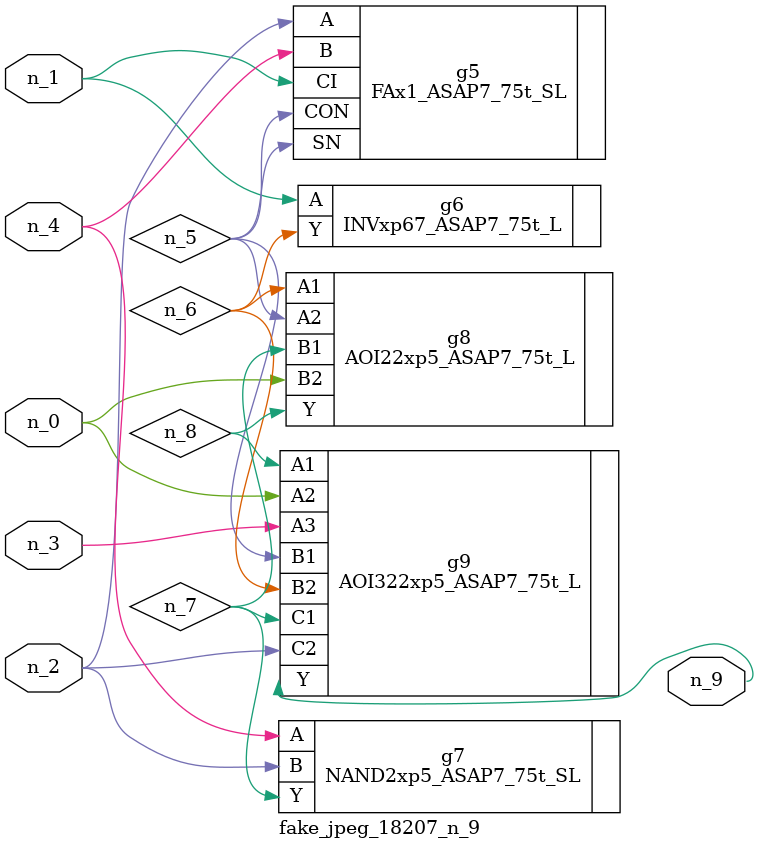
<source format=v>
module fake_jpeg_18207_n_9 (n_3, n_2, n_1, n_0, n_4, n_9);

input n_3;
input n_2;
input n_1;
input n_0;
input n_4;

output n_9;

wire n_8;
wire n_6;
wire n_5;
wire n_7;

FAx1_ASAP7_75t_SL g5 ( 
.A(n_2),
.B(n_4),
.CI(n_1),
.CON(n_5),
.SN(n_5)
);

INVxp67_ASAP7_75t_L g6 ( 
.A(n_1),
.Y(n_6)
);

NAND2xp5_ASAP7_75t_SL g7 ( 
.A(n_4),
.B(n_2),
.Y(n_7)
);

AOI22xp5_ASAP7_75t_L g8 ( 
.A1(n_6),
.A2(n_5),
.B1(n_7),
.B2(n_0),
.Y(n_8)
);

AOI322xp5_ASAP7_75t_L g9 ( 
.A1(n_8),
.A2(n_0),
.A3(n_3),
.B1(n_5),
.B2(n_6),
.C1(n_7),
.C2(n_2),
.Y(n_9)
);


endmodule
</source>
